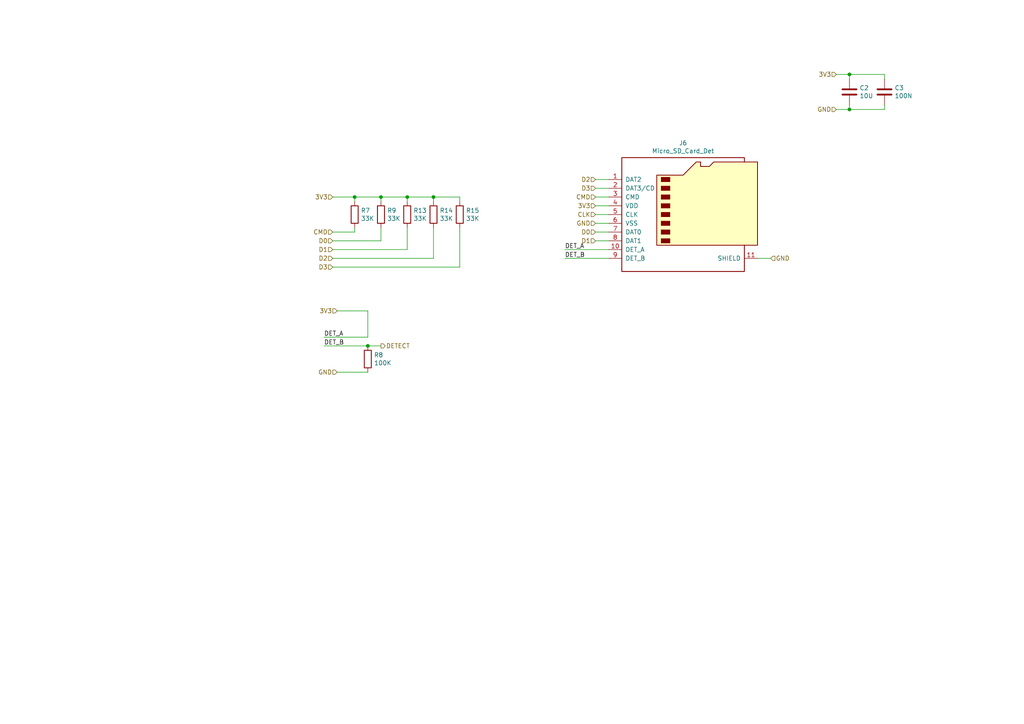
<source format=kicad_sch>
(kicad_sch (version 20211123) (generator eeschema)
  (paper "A4")
  (lib_symbols
    (symbol "Connector:Micro_SD_Card_Det" (pin_names (offset 1.016))
      (property "Reference" "J" (at -16.51 17.78 0))
      (property "Value" "Micro_SD_Card_Det" (at 16.51 17.78 0))
      (symbol "Micro_SD_Card_Det_0_1"
        (rectangle (start -7.62 -6.985) (end -5.08 -8.255) (fill (type outline)))
        (rectangle (start -7.62 -4.445) (end -5.08 -5.715) (fill (type outline)))
        (rectangle (start -7.62 -1.905) (end -5.08 -3.175) (fill (type outline)))
        (rectangle (start -7.62 0.635) (end -5.08 -0.635) (fill (type outline)))
        (rectangle (start -7.62 3.175) (end -5.08 1.905) (fill (type outline)))
        (rectangle (start -7.62 5.715) (end -5.08 4.445) (fill (type outline)))
        (rectangle (start -7.62 8.255) (end -5.08 6.985) (fill (type outline)))
        (rectangle (start -7.62 10.795) (end -5.08 9.525) (fill (type outline)))
        (polyline (pts (xy 16.51 15.24) (xy 16.51 16.51) (xy -19.05 16.51) (xy -19.05 -16.51) (xy 16.51 -16.51) (xy 16.51 -8.89)) (stroke (width 0.254)))
        (polyline (pts (xy -8.89 -8.89) (xy -8.89 11.43) (xy -1.27 11.43) (xy 2.54 15.24) (xy 3.81 15.24) (xy 3.81 13.97) (xy 6.35 13.97) (xy 7.62 15.24) (xy 20.32 15.24) (xy 20.32 -8.89) (xy -8.89 -8.89)) (stroke (width 0.254)) (fill (type background)))
      )
      (symbol "Micro_SD_Card_Det_1_1"
        (pin bidirectional line (at -22.86 10.16 0) (length 3.81) (name "DAT2") (number "1"))
        (pin passive line (at -22.86 -10.16 0) (length 3.81) (name "DET_A") (number "10"))
        (pin passive line (at 20.32 -12.7 180) (length 3.81) (name "SHIELD") (number "11"))
        (pin bidirectional line (at -22.86 7.62 0) (length 3.81) (name "DAT3/CD") (number "2"))
        (pin input line (at -22.86 5.08 0) (length 3.81) (name "CMD") (number "3"))
        (pin power_in line (at -22.86 2.54 0) (length 3.81) (name "VDD") (number "4"))
        (pin input line (at -22.86 0 0) (length 3.81) (name "CLK") (number "5"))
        (pin power_in line (at -22.86 -2.54 0) (length 3.81) (name "VSS") (number "6"))
        (pin bidirectional line (at -22.86 -5.08 0) (length 3.81) (name "DAT0") (number "7"))
        (pin bidirectional line (at -22.86 -7.62 0) (length 3.81) (name "DAT1") (number "8"))
        (pin passive line (at -22.86 -12.7 0) (length 3.81) (name "DET_B") (number "9"))
      )
    )
    (symbol "Device:C" (pin_numbers hide) (pin_names (offset 0.254))
      (property "Reference" "C" (at 0.635 2.54 0))
      (property "Value" "C" (at 0.635 -2.54 0))
      (symbol "C_0_1"
        (polyline (pts (xy -2.032 -0.762) (xy 2.032 -0.762)) (stroke (width 0.508)))
        (polyline (pts (xy -2.032 0.762) (xy 2.032 0.762)) (stroke (width 0.508)))
      )
      (symbol "C_1_1"
        (pin passive line (at 0 3.81 270) (length 2.794) (name "~") (number "1"))
        (pin passive line (at 0 -3.81 90) (length 2.794) (name "~") (number "2"))
      )
    )
    (symbol "Device:R" (pin_numbers hide) (pin_names (offset 0))
      (property "Reference" "R" (at 2.032 0 90))
      (property "Value" "R" (at 0 0 90))
      (symbol "R_0_1"
        (rectangle (start -1.016 -2.54) (end 1.016 2.54) (stroke (width 0.254)))
      )
      (symbol "R_1_1"
        (pin passive line (at 0 3.81 270) (length 1.27) (name "~") (number "1"))
        (pin passive line (at 0 -3.81 90) (length 1.27) (name "~") (number "2"))
      )
    )
  )
  (junction (at 118.11 57.15))
  (junction (at 125.73 57.15))
  (junction (at 102.87 57.15))
  (junction (at 246.38 21.59))
  (junction (at 246.38 31.75))
  (junction (at 106.68 100.33))
  (junction (at 110.49 57.15))
  (wire (pts (xy 133.35 77.47) (xy 133.35 66.04)))
  (wire (pts (xy 223.52 74.93) (xy 219.71 74.93)))
  (wire (pts (xy 102.87 57.15) (xy 102.87 58.42)))
  (wire (pts (xy 163.83 74.93) (xy 176.53 74.93)))
  (wire (pts (xy 125.73 74.93) (xy 125.73 66.04)))
  (wire (pts (xy 106.68 100.33) (xy 110.49 100.33)))
  (wire (pts (xy 118.11 57.15) (xy 118.11 58.42)))
  (wire (pts (xy 125.73 57.15) (xy 133.35 57.15)))
  (wire (pts (xy 246.38 21.59) (xy 246.38 22.86)))
  (wire (pts (xy 93.98 100.33) (xy 106.68 100.33)))
  (wire (pts (xy 102.87 67.31) (xy 102.87 66.04)))
  (wire (pts (xy 96.52 67.31) (xy 102.87 67.31)))
  (wire (pts (xy 102.87 57.15) (xy 110.49 57.15)))
  (wire (pts (xy 110.49 57.15) (xy 118.11 57.15)))
  (wire (pts (xy 110.49 57.15) (xy 110.49 58.42)))
  (wire (pts (xy 172.72 69.85) (xy 176.53 69.85)))
  (wire (pts (xy 118.11 57.15) (xy 125.73 57.15)))
  (wire (pts (xy 172.72 59.69) (xy 176.53 59.69)))
  (wire (pts (xy 163.83 72.39) (xy 176.53 72.39)))
  (wire (pts (xy 110.49 69.85) (xy 110.49 66.04)))
  (wire (pts (xy 125.73 57.15) (xy 125.73 58.42)))
  (wire (pts (xy 172.72 52.07) (xy 176.53 52.07)))
  (wire (pts (xy 96.52 77.47) (xy 133.35 77.47)))
  (wire (pts (xy 93.98 97.79) (xy 106.68 97.79)))
  (wire (pts (xy 106.68 90.17) (xy 106.68 97.79)))
  (wire (pts (xy 96.52 72.39) (xy 118.11 72.39)))
  (wire (pts (xy 246.38 31.75) (xy 246.38 30.48)))
  (wire (pts (xy 256.54 21.59) (xy 246.38 21.59)))
  (wire (pts (xy 118.11 72.39) (xy 118.11 66.04)))
  (wire (pts (xy 172.72 54.61) (xy 176.53 54.61)))
  (wire (pts (xy 242.57 31.75) (xy 246.38 31.75)))
  (wire (pts (xy 172.72 62.23) (xy 176.53 62.23)))
  (wire (pts (xy 125.73 74.93) (xy 96.52 74.93)))
  (wire (pts (xy 172.72 64.77) (xy 176.53 64.77)))
  (wire (pts (xy 172.72 57.15) (xy 176.53 57.15)))
  (wire (pts (xy 172.72 67.31) (xy 176.53 67.31)))
  (wire (pts (xy 256.54 31.75) (xy 256.54 30.48)))
  (wire (pts (xy 246.38 31.75) (xy 256.54 31.75)))
  (wire (pts (xy 242.57 21.59) (xy 246.38 21.59)))
  (wire (pts (xy 97.79 107.95) (xy 106.68 107.95)))
  (wire (pts (xy 256.54 22.86) (xy 256.54 21.59)))
  (wire (pts (xy 96.52 57.15) (xy 102.87 57.15)))
  (wire (pts (xy 110.49 69.85) (xy 96.52 69.85)))
  (wire (pts (xy 97.79 90.17) (xy 106.68 90.17)))
  (wire (pts (xy 133.35 57.15) (xy 133.35 58.42)))
  (label "DET_B" (at 163.83 74.93 0))
  (label "DET_A" (at 163.83 72.39 0))
  (label "DET_B" (at 93.98 100.33 0))
  (label "DET_A" (at 93.98 97.79 0))
  (hierarchical_label "D0" (shape input) (at 96.52 69.85 180))
  (hierarchical_label "3V3" (shape input) (at 242.57 21.59 180))
  (hierarchical_label "D0" (shape input) (at 172.72 67.31 180))
  (hierarchical_label "GND" (shape input) (at 172.72 64.77 180))
  (hierarchical_label "D2" (shape input) (at 172.72 52.07 180))
  (hierarchical_label "GND" (shape input) (at 242.57 31.75 180))
  (hierarchical_label "GND" (shape input) (at 223.52 74.93 0))
  (hierarchical_label "CMD" (shape input) (at 96.52 67.31 180))
  (hierarchical_label "CMD" (shape input) (at 172.72 57.15 180))
  (hierarchical_label "3V3" (shape input) (at 172.72 59.69 180))
  (hierarchical_label "D2" (shape input) (at 96.52 74.93 180))
  (hierarchical_label "DETECT" (shape output) (at 110.49 100.33 0))
  (hierarchical_label "D1" (shape input) (at 96.52 72.39 180))
  (hierarchical_label "D3" (shape input) (at 96.52 77.47 180))
  (hierarchical_label "D3" (shape input) (at 172.72 54.61 180))
  (hierarchical_label "3V3" (shape input) (at 96.52 57.15 180))
  (hierarchical_label "GND" (shape input) (at 97.79 107.95 180))
  (hierarchical_label "CLK" (shape input) (at 172.72 62.23 180))
  (hierarchical_label "3V3" (shape input) (at 97.79 90.17 180))
  (hierarchical_label "D1" (shape input) (at 172.72 69.85 180))
  (symbol (lib_id "Connector:Micro_SD_Card_Det") (at 199.39 62.23 0) (unit 1)
    (property "Reference" "J6" (at 198.12 41.4782 0))
    (property "Value" "Micro_SD_Card_Det" (at 198.12 43.7896 0))
    (property "Footprint" "william_storage:114-00841-68" (effects hide))
    (property "Datasheet" "https://www.hirose.com/product/en/download_file/key_name/DM3/category/Catalog/doc_file_id/49662/?file_category_id=4&item_id=195&is_series=1" (effects hide))
  )
  (symbol (lib_id "Device:R") (at 102.87 62.23 0) (unit 1)
    (property "Reference" "R7" (at 104.648 61.0616 0) (effects (justify left)))
    (property "Value" "33K" (at 104.648 63.373 0) (effects (justify left)))
    (property "Footprint" "Resistor_SMD:R_0603_1608Metric" (effects hide))
  )
  (symbol (lib_id "Device:R") (at 110.49 62.23 0) (unit 1)
    (property "Reference" "R9" (at 112.268 61.0616 0) (effects (justify left)))
    (property "Value" "33K" (at 112.268 63.373 0) (effects (justify left)))
    (property "Footprint" "Resistor_SMD:R_0603_1608Metric" (effects hide))
  )
  (symbol (lib_id "Device:R") (at 118.11 62.23 0) (unit 1)
    (property "Reference" "R13" (at 119.888 61.0616 0) (effects (justify left)))
    (property "Value" "33K" (at 119.888 63.373 0) (effects (justify left)))
    (property "Footprint" "Resistor_SMD:R_0603_1608Metric" (effects hide))
  )
  (symbol (lib_id "Device:R") (at 125.73 62.23 0) (unit 1)
    (property "Reference" "R14" (at 127.508 61.0616 0) (effects (justify left)))
    (property "Value" "33K" (at 127.508 63.373 0) (effects (justify left)))
    (property "Footprint" "Resistor_SMD:R_0603_1608Metric" (effects hide))
  )
  (symbol (lib_id "Device:R") (at 133.35 62.23 0) (unit 1)
    (property "Reference" "R15" (at 135.128 61.0616 0) (effects (justify left)))
    (property "Value" "33K" (at 135.128 63.373 0) (effects (justify left)))
    (property "Footprint" "Resistor_SMD:R_0603_1608Metric" (effects hide))
  )
  (symbol (lib_id "Device:C") (at 246.38 26.67 0) (unit 1)
    (property "Reference" "C2" (at 249.301 25.5016 0) (effects (justify left)))
    (property "Value" "10U" (at 249.301 27.813 0) (effects (justify left)))
    (property "Footprint" "Capacitor_SMD:C_0603_1608Metric" (effects hide))
  )
  (symbol (lib_id "Device:C") (at 256.54 26.67 0) (unit 1)
    (property "Reference" "C3" (at 259.461 25.5016 0) (effects (justify left)))
    (property "Value" "100N" (at 259.461 27.813 0) (effects (justify left)))
    (property "Footprint" "Capacitor_SMD:C_0603_1608Metric" (effects hide))
  )
  (symbol (lib_id "Device:R") (at 106.68 104.14 0) (unit 1)
    (property "Reference" "R8" (at 108.458 102.9716 0) (effects (justify left)))
    (property "Value" "100K" (at 108.458 105.283 0) (effects (justify left)))
    (property "Footprint" "Resistor_SMD:R_0603_1608Metric" (effects hide))
  )
)
</source>
